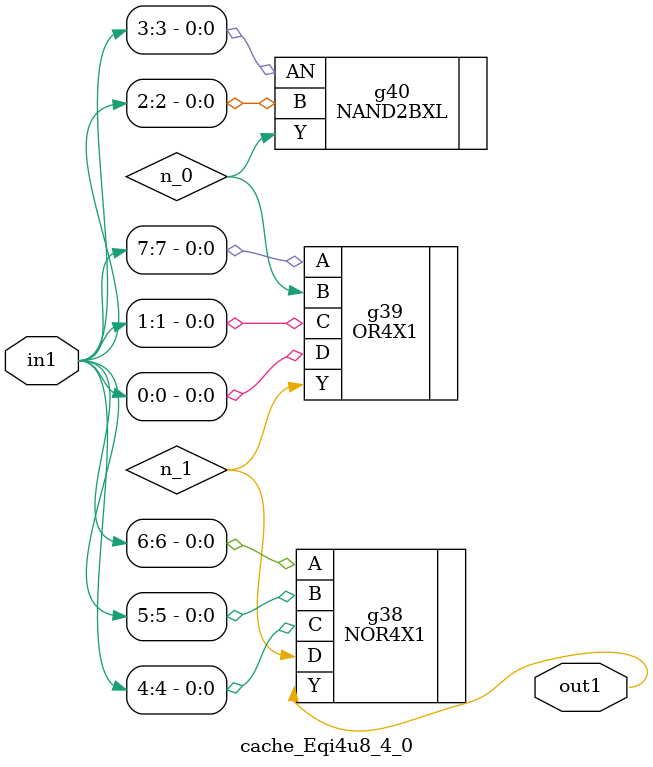
<source format=v>
`timescale 1ps / 1ps


module cache_Eqi4u8_4_0(in1, out1);
  input [7:0] in1;
  output out1;
  wire [7:0] in1;
  wire out1;
  wire n_0, n_1;
  NOR4X1 g38(.A (in1[6]), .B (in1[5]), .C (in1[4]), .D (n_1), .Y
       (out1));
  OR4X1 g39(.A (in1[7]), .B (n_0), .C (in1[1]), .D (in1[0]), .Y (n_1));
  NAND2BXL g40(.AN (in1[3]), .B (in1[2]), .Y (n_0));
endmodule



</source>
